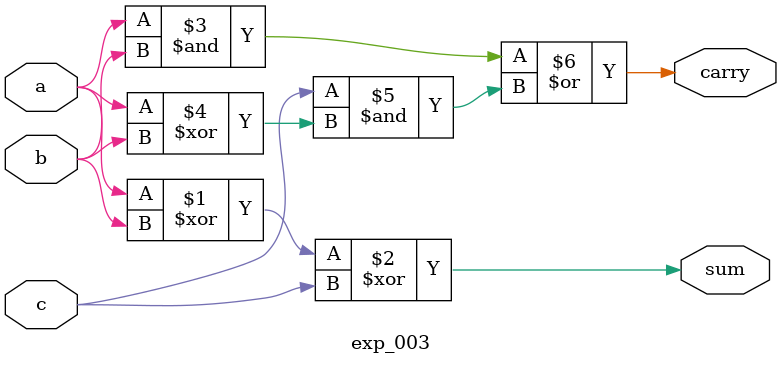
<source format=sv>
module exp_003( //Full_adder
    input logic a,
    input logic b,
    input logic c,
    output logic sum,
    output logic carry
);

    assign sum = (a ^ b) ^ c;
    assign carry = (a & b) | (c & (a ^ b));
endmodule

</source>
